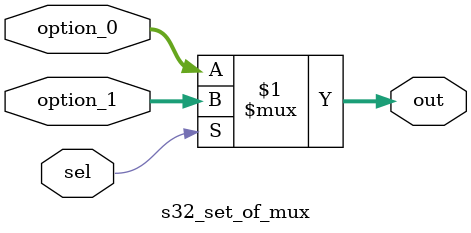
<source format=v>
module s32_set_of_mux(option_0,option_1,out, sel);
	parameter N = 31;
  input [N:0] option_0,option_1;
input sel;
  output [N:0] out;
assign out= sel? option_1 : option_0 ;
endmodule

</source>
